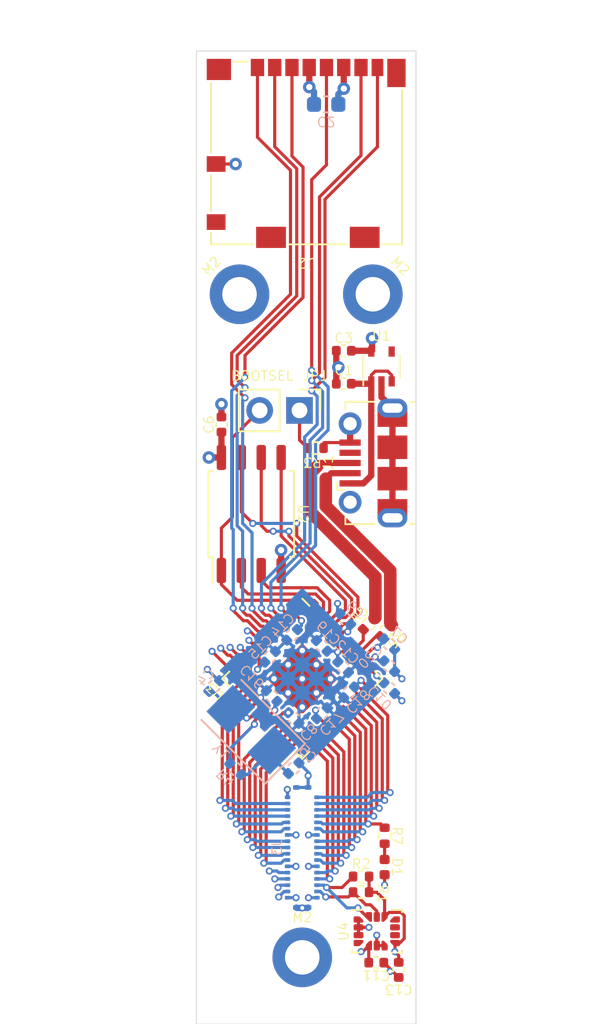
<source format=kicad_pcb>
(kicad_pcb (version 20211014) (generator pcbnew)
  (title_block (title "Ms. Baker Prototype") (date "2022-08-21") (rev "3"))
  (layers (0 "F.Cu" signal) (1 "In1.Cu" signal) (2 "In2.Cu" signal) (31 "B.Cu" signal) (34 "B.Paste" user) (35 "F.Paste" user) (36 "B.SilkS" user "B.Silkscreen") (37 "F.SilkS" user "F.Silkscreen") (38 "B.Mask" user) (39 "F.Mask" user) (44 "Edge.Cuts" user))
  (net 0 "")
  (net 1 "+5V")
  (net 2 "GND")
  (net 3 "+3.3V")
  (net 4 "Net-(C4-Pad2)")
  (net 5 "Net-(C5-Pad2)")
  (net 6 "Net-(C7-Pad1)")
  (net 7 "Net-(D1-Pad2)")
  (net 8 "/USB_D-")
  (net 9 "/USB_D+")
  (net 11 "/SD_DAT2")
  (net 12 "/SD_DAT3")
  (net 13 "/SD_CMD")
  (net 14 "/SD_CLK")
  (net 15 "/SD_DAT0")
  (net 16 "/SD_DAT1")
  (net 17 "/GPIO29")
  (net 18 "/GPIO28")
  (net 19 "/GPIO12")
  (net 20 "/GPIO27")
  (net 21 "/GPIO13")
  (net 22 "/GPIO26")
  (net 23 "/GPIO14")
  (net 24 "/LED")
  (net 25 "/GPIO15")
  (net 26 "/GPIO24")
  (net 27 "/SWCLK")
  (net 28 "/GPIO23")
  (net 29 "/SWD")
  (net 30 "/GPIO22")
  (net 31 "/RUN")
  (net 32 "/GPIO21")
  (net 33 "/GPIO16")
  (net 34 "/GPIO20")
  (net 35 "/GPIO17")
  (net 36 "/GPIO19")
  (net 37 "/GPIO11")
  (net 38 "/GPIO18")
  (net 39 "/GPIO10")
  (net 40 "/I2C0_SDA")
  (net 41 "/GPIO9")
  (net 42 "/I2C0_SCL")
  (net 43 "/GPIO8")
  (net 44 "Net-(JP1-Pad1)")
  (net 45 "Net-(JP1-Pad2)")
  (net 46 "Net-(R4-Pad2)")
  (net 47 "Net-(R5-Pad1)")
  (net 48 "Net-(R6-Pad1)")
  (net 50 "Net-(U2-Pad2)")
  (net 51 "Net-(U2-Pad3)")
  (net 52 "Net-(U2-Pad5)")
  (net 53 "Net-(U2-Pad6)")
  (net 54 "Net-(U2-Pad7)")
  (footprint "Connector_Card:microSD_HC_Molex_104031-0811" (layer "F.Cu") (at 184.5 74)
    (fp_text reference "J2")
    (fp_text value "Micro_SD_Card")
  )
  (footprint "Connector_USB:USB_Micro-B_Molex-105017-0001" (layer "F.Cu") (at 188.7625 93.75 90)
    (fp_text reference "J1")
    (fp_text value "USB_B_Micro")
  )
  (footprint "Resistor_SMD:R_0402_1005Metric" (layer "F.Cu") (at 188 120.1 180)
    (fp_text reference "R2")
    (fp_text value "15k")
  )
  (footprint "Package_TO_SOT_SMD:SOT-353_SC-70-5" (layer "F.Cu") (at 189.3 87.6 90)
    (fp_text reference "U1")
    (fp_text value "MIC5365-3.3YC5")
  )
  (footprint "Package_SO:SOIC-8_5.23x5.23mm_P1.27mm" (layer "F.Cu") (at 181 97 90)
    (fp_text reference "U2")
    (fp_text value "W25Q128JVS")
  )
  (footprint "Package_LGA:LGA-14_3x2.5mm_P0.5mm_LayoutBorder3x4y" (layer "F.Cu") (at 189 123.5875)
    (fp_text reference "U4")
    (fp_text value "LSM6DSO32")
  )
  (footprint "MountingHole:MountingHole_2.2mm_M2_ISO14580_Pad" (layer "F.Cu") (at 188.75 83)
    (fp_text reference "M2")
    (fp_text value "MountingHole_2.2mm_M2_ISO14580_Pad")
  )
  (footprint "Capacitor_SMD:C_0402_1005Metric" (layer "F.Cu") (at 186.9 86.6 180)
    (fp_text reference "C3")
    (fp_text value "1u")
  )
  (footprint "MountingHole:MountingHole_2.2mm_M2_ISO14580_Pad" (layer "F.Cu") (at 180.25 83)
    (fp_text reference "M2")
    (fp_text value "MountingHole_2.2mm_M2_ISO14580_Pad")
  )
  (footprint "Resistor_SMD:R_0402_1005Metric" (layer "F.Cu") (at 189.5 117.5 -90)
    (fp_text reference "R7")
    (fp_text value "120")
  )
  (footprint "MountingHole:MountingHole_2.2mm_M2_ISO14580_Pad" (layer "F.Cu") (at 184.25 125.25)
    (fp_text reference "M2")
    (fp_text value "MountingHole_2.2mm_M2_ISO14580_Pad")
  )
  (footprint "Capacitor_SMD:C_0402_1005Metric" (layer "F.Cu") (at 179.1 91.3 90)
    (fp_text reference "C6")
    (fp_text value "100n")
  )
  (footprint "Resistor_SMD:R_0402_1005Metric" (layer "F.Cu") (at 188 121.1 180)
    (fp_text reference "R1")
    (fp_text value "15k")
  )
  (footprint "Resistor_SMD:R_0402_1005Metric" (layer "F.Cu") (at 189.6 104.45 45)
    (fp_text reference "R6")
    (fp_text value "27.4")
  )
  (footprint "Resistor_SMD:R_0402_1005Metric" (layer "F.Cu") (at 185.1 92.8)
    (fp_text reference "R3")
    (fp_text value "1k")
  )
  (footprint "LED_SMD:LED_0402_1005Metric" (layer "F.Cu") (at 189.5 119.5 90)
    (fp_text reference "D1")
    (fp_text value "2.1v")
  )
  (footprint "Resistor_SMD:R_0402_1005Metric" (layer "F.Cu") (at 188.5 104 45)
    (fp_text reference "R5")
    (fp_text value "27.4")
  )
  (footprint "msbaker:RP2040-QFN-56" (layer "F.Cu") (at 184.25 107.5 -45)
    (fp_text reference "U3")
    (fp_text value "RP2040")
  )
  (footprint "Connector_PinHeader_2.54mm:PinHeader_1x02_P2.54mm_Vertical" (layer "F.Cu") (at 184.075 90.4 -90)
    (fp_text reference "JP1")
    (fp_text value "BOOTSEL")
  )
  (footprint "Capacitor_SMD:C_0402_1005Metric" (layer "F.Cu") (at 190.4 126.05 -90)
    (fp_text reference "C13")
    (fp_text value "100n")
  )
  (footprint "Capacitor_SMD:C_0402_1005Metric" (layer "F.Cu") (at 186.9 88.7 180)
    (fp_text reference "C1")
    (fp_text value "1u")
  )
  (footprint "Capacitor_SMD:C_0402_1005Metric" (layer "F.Cu") (at 188.97 125.5875)
    (fp_text reference "C11")
    (fp_text value "100n")
  )
  (footprint "Capacitor_SMD:C_0402_1005Metric" (layer "B.Cu") (at 187 103.7 135)
    (fp_text reference "C9")
    (fp_text value "100n")
  )
  (footprint "Capacitor_SMD:C_0402_1005Metric" (layer "B.Cu") (at 185.5 105.4 135)
    (fp_text reference "C19")
    (fp_text value "100n")
  )
  (footprint "Capacitor_SMD:C_0402_1005Metric" (layer "B.Cu") (at 189.8 108.1 -45)
    (fp_text reference "C10")
    (fp_text value "100n")
  )
  (footprint "Capacitor_SMD:C_0402_1005Metric" (layer "B.Cu") (at 186.860589 106.760589 -45)
    (fp_text reference "C12")
    (fp_text value "100n")
  )
  (footprint "Capacitor_SMD:C_0402_1005Metric" (layer "B.Cu") (at 187.239411 108.360589 -135)
    (fp_text reference "C18")
    (fp_text value "100n")
  )
  (footprint "Capacitor_SMD:C_0402_1005Metric" (layer "B.Cu") (at 182.2 106.1 45)
    (fp_text reference "C15")
    (fp_text value "100n")
  )
  (footprint "Capacitor_SMD:C_0402_1005Metric" (layer "B.Cu") (at 182.3 108.6 135)
    (fp_text reference "C16")
    (fp_text value "100n")
  )
  (footprint "Capacitor_SMD:C_0402_1005Metric" (layer "B.Cu") (at 185.5 109.7 45)
    (fp_text reference "C17")
    (fp_text value "100n")
  )
  (footprint "msbaker:5055513420" (layer "B.Cu") (at 184.25 118.25 -90)
    (fp_text reference "J3")
    (fp_text value "GPIO")
  )
  (footprint "Capacitor_SMD:C_0603_1608Metric" (layer "B.Cu") (at 185.775 70.9)
    (fp_text reference "C2")
    (fp_text value "10u")
  )
  (footprint "Crystal:Crystal_SMD_5032-2Pin_5.0x3.2mm" (layer "B.Cu") (at 181 110.75 135)
    (fp_text reference "Y1")
    (fp_text value "12MHz")
  )
  (footprint "Capacitor_SMD:C_0402_1005Metric" (layer "B.Cu") (at 183.6 104.7 -135)
    (fp_text reference "C14")
    (fp_text value "100n")
  )
  (footprint "Capacitor_SMD:C_0402_1005Metric" (layer "B.Cu") (at 178.639411 107.960589 -135)
    (fp_text reference "C4")
    (fp_text value "33p")
  )
  (footprint "Capacitor_SMD:C_0402_1005Metric" (layer "B.Cu") (at 189.8 105.3 -45)
    (fp_text reference "C7")
    (fp_text value "1u")
  )
  (footprint "Resistor_SMD:R_0402_1005Metric" (layer "B.Cu") (at 180 113.25 135)
    (fp_text reference "R4")
    (fp_text value "1k")
  )
  (footprint "Capacitor_SMD:C_0402_1005Metric" (layer "B.Cu") (at 183.7 113.2 -135)
    (fp_text reference "C5")
    (fp_text value "33p")
  )
  (footprint "Capacitor_SMD:C_0402_1005Metric" (layer "B.Cu") (at 189.8 106.7 -45)
    (fp_text reference "C20")
    (fp_text value "1u")
  )
  (footprint "Capacitor_SMD:C_0402_1005Metric" (layer "B.Cu") (at 183.7 110 -45)
    (fp_text reference "C8")
    (fp_text value "100n")
  )
  (gr_rect (start 177.5 67.5) (end 191.5 129.5) (layer "Edge.Cuts") (width 0.05) (fill none))
  (gr_text "BOOTSEL" (at 181.7 88.2) (layer "F.SilkS") (effects (font (size 0.61 0.61) (thickness 0.0762))))
  (via (at 184.25 122.1) (size 0.457) (drill 0.254) (layers "F.Cu" "B.Cu") (net 0))
  (segment (start 184.25 122.1) (end 184.6 122.1) (width 0.4) (layer "B.Cu") (net 0))
  (segment (start 183.875 122.075) (end 183.9 122.1) (width 0.4) (layer "B.Cu") (net 0))
  (segment (start 183.9 122.1) (end 184.25 122.1) (width 0.4) (layer "B.Cu") (net 0))
  (segment (start 184.6 122.1) (end 184.625 122.075) (width 0.4) (layer "B.Cu") (net 0))
  (segment (start 188.65 88.55) (end 188.65 88.15) (width 0.2) (layer "F.Cu") (net 1))
  (segment (start 189.7 87.9) (end 189.95 88.15) (width 0.2) (layer "F.Cu") (net 1))
  (segment (start 187.3 95.05) (end 188.15 95.05) (width 0.4) (layer "F.Cu") (net 1))
  (segment (start 188.5 88.7) (end 188.65 88.55) (width 0.4) (layer "F.Cu") (net 1))
  (segment (start 188.65 88.15) (end 188.9 87.9) (width 0.2) (layer "F.Cu") (net 1))
  (segment (start 189.95 88.15) (end 189.95 88.55) (width 0.2) (layer "F.Cu") (net 1))
  (segment (start 188.15 95.05) (end 188.65 94.55) (width 0.4) (layer "F.Cu") (net 1))
  (segment (start 188.65 94.55) (end 188.65 88.55) (width 0.4) (layer "F.Cu") (net 1))
  (segment (start 187.38 88.7) (end 188.5 88.7) (width 0.4) (layer "F.Cu") (net 1))
  (segment (start 188.9 87.9) (end 189.7 87.9) (width 0.2) (layer "F.Cu") (net 1))
  (segment (start 181.112214 109.187786) (end 181.6 108.7) (width 0.2) (layer "F.Cu") (net 2))
  (segment (start 182.905 100.6) (end 182.905 99.305) (width 0.4) (layer "F.Cu") (net 2))
  (segment (start 187.24 91.31) (end 187.3 91.25) (width 0.4) (layer "F.Cu") (net 2))
  (segment (start 189.3 89.55) (end 190 90.25) (width 0.4) (layer "F.Cu") (net 2))
  (segment (start 179.1 90.82) (end 179.1 90) (width 0.4) (layer "F.Cu") (net 2))
  (segment (start 186.42 86.6) (end 186.42 87.52) (width 0.4) (layer "F.Cu") (net 2))
  (segment (start 187.8375 123.8375) (end 187.8375 123.3375) (width 0.2) (layer "F.Cu") (net 2))
  (segment (start 189.91 126.04) (end 189.85 126.1) (width 0.2) (layer "F.Cu") (net 2))
  (segment (start 181.112214 109.223573) (end 181.112214 109.187786) (width 0.2) (layer "F.Cu") (net 2))
  (segment (start 185.65 92.45) (end 187.3 92.45) (width 0.2) (layer "F.Cu") (net 2))
  (segment (start 186.9 69.9) (end 186.895 69.895) (width 0.4) (layer "F.Cu") (net 2))
  (segment (start 189.45 125.5875) (end 189.4575 125.5875) (width 0.2) (layer "F.Cu") (net 2))
  (segment (start 185.61 92.8) (end 185.61 92.51) (width 0.2) (layer "F.Cu") (net 2))
  (segment (start 186.42 87.52) (end 186.55 87.65) (width 0.4) (layer "F.Cu") (net 2))
  (segment (start 185.6 92.5) (end 185.65 92.45) (width 0.2) (layer "F.Cu") (net 2))
  (segment (start 190 94.75) (end 190 96.65) (width 0.4) (layer "F.Cu") (net 2))
  (segment (start 186.42 88.7) (end 186.42 87.78) (width 0.4) (layer "F.Cu") (net 2))
  (segment (start 189 124.5) (end 189 123.8375) (width 0.2) (layer "F.Cu") (net 2))
  (segment (start 189 124.5) (end 189.5 124.5) (width 0.2) (layer "F.Cu") (net 2))
  (segment (start 187.8375 123.3375) (end 188.5 123.3375) (width 0.2) (layer "F.Cu") (net 2))
  (segment (start 190 92.75) (end 190 90.85) (width 0.4) (layer "F.Cu") (net 2))
  (segment (start 185.61 92.51) (end 185.6 92.5) (width 0.2) (layer "F.Cu") (net 2))
  (segment (start 189.5 119.985) (end 189.5 120.65) (width 0.2) (layer "F.Cu") (net 2))
  (segment (start 187.3 92.45) (end 187.3 91.25) (width 0.4) (layer "F.Cu") (net 2))
  (segment (start 186.895 69.895) (end 186.895 68.55) (width 0.4) (layer "F.Cu") (net 2))
  (segment (start 190 94.75) (end 190 92.75) (width 0.4) (layer "F.Cu") (net 2))
  (segment (start 189.3 88.55) (end 189.3 89.55) (width 0.4) (layer "F.Cu") (net 2))
  (segment (start 189.85 126.1) (end 189.85 126.15) (width 0.2) (layer "F.Cu") (net 2))
  (segment (start 189.91 126.04) (end 190.4 126.53) (width 0.2) (layer "F.Cu") (net 2))
  (segment (start 182.905 99.305) (end 182.9 99.3) (width 0.4) (layer "F.Cu") (net 2))
  (segment (start 187.8375 122.8375) (end 187.8375 123.3375) (width 0.2) (layer "F.Cu") (net 2))
  (segment (start 178.76 74.7) (end 180 74.7) (width 0.2) (layer "F.Cu") (net 2))
  (segment (start 189.4575 125.5875) (end 189.91 126.04) (width 0.2) (layer "F.Cu") (net 2))
  (segment (start 186.42 87.78) (end 186.55 87.65) (width 0.4) (layer "F.Cu") (net 2))
  (via (at 179.1 90) (size 0.8) (drill 0.4) (layers "F.Cu" "B.Cu") (net 2))
  (via (at 184.65 119.45) (size 0.457) (drill 0.254) (layers "F.Cu" "B.Cu") (net 2))
  (via (at 184.65 117.45) (size 0.457) (drill 0.254) (layers "F.Cu" "B.Cu") (net 2))
  (via (at 186.55 87.65) (size 0.8) (drill 0.4) (layers "F.Cu" "B.Cu") (net 2))
  (via (at 188.5 123.3375) (size 0.457) (drill 0.254) (layers "F.Cu" "B.Cu") (net 2))
  (via (at 182.9 99.3) (size 0.8) (drill 0.4) (layers "F.Cu" "B.Cu") (net 2))
  (via (at 180 74.7) (size 0.8) (drill 0.4) (layers "F.Cu" "B.Cu") (net 2))
  (via (at 189.85 126.15) (size 0.457) (drill 0.254) (layers "F.Cu" "B.Cu") (net 2))
  (via (at 184.65 121.45) (size 0.457) (drill 0.254) (layers "F.Cu" "B.Cu") (net 2))
  (via (at 183.85 117.45) (size 0.457) (drill 0.254) (layers "F.Cu" "B.Cu") (net 2))
  (via (at 183.85 119.45) (size 0.457) (drill 0.254) (layers "F.Cu" "B.Cu") (net 2))
  (via (at 189.5 120.65) (size 0.457) (drill 0.254) (layers "F.Cu" "B.Cu") (net 2))
  (via (at 184.625 113.675) (size 0.457) (drill 0.254) (layers "F.Cu" "B.Cu") (net 2))
  (via (at 186.9 69.9) (size 0.8) (drill 0.4) (layers "F.Cu" "B.Cu") (net 2))
  (via (at 181.6 108.7) (size 0.457) (drill 0.254) (layers "F.Cu" "B.Cu") (net 2))
  (via (at 186.5 102.7) (size 0.457) (drill 0.254) (layers "F.Cu" "B.Cu") (net 2))
  (via (at 190.6 107.5) (size 0.457) (drill 0.254) (layers "F.Cu" "B.Cu") (net 2))
  (via (at 189 123.8375) (size 0.457) (drill 0.254) (layers "F.Cu" "B.Cu") (net 2))
  (via (at 183.85 121.45) (size 0.457) (drill 0.254) (layers "F.Cu" "B.Cu") (net 2))
  (via (at 178.2 106.9) (size 0.457) (drill 0.254) (layers "F.Cu" "B.Cu") (net 2))
  (via (at 190.6 108.9) (size 0.457) (drill 0.254) (layers "F.Cu" "B.Cu") (net 2))
  (segment (start 186.660589 103.360589) (end 186.5 103.2) (width 0.2) (layer "B.Cu") (net 2))
  (segment (start 184.25 109.45) (end 184.25 109.303122) (width 0.2) (layer "B.Cu") (net 2))
  (segment (start 184.039411 110.339411) (end 184.039411 109.513711) (width 0.2) (layer "B.Cu") (net 2))
  (segment (start 184.039411 112.860589) (end 184.7 113.521178) (width 0.2) (layer "B.Cu") (net 2))
  (segment (start 190.139411 107.039411) (end 190.6 107.5) (width 0.2) (layer "B.Cu") (net 2))
  (segment (start 186.55 70.25) (end 186.9 69.9) (width 0.4) (layer "B.Cu") (net 2))
  (segment (start 184.039411 109.513711) (end 184.25 109.303122) (width 0.2) (layer "B.Cu") (net 2))
  (segment (start 183.260589 105.039411) (end 183.2 105.1) (width 0.2) (layer "B.Cu") (net 2))
  (segment (start 183.3125 121.45) (end 183.85 121.45) (width 0.2) (layer "B.Cu") (net 2))
  (segment (start 184.625 113.675) (end 184.7 113.6) (width 0.2) (layer "B.Cu") (net 2))
  (segment (start 181.6 108.621178) (end 181.6 108.7) (width 0.2) (layer "B.Cu") (net 2))
  (segment (start 186.55 70.9) (end 186.55 70.25) (width 0.4) (layer "B.Cu") (net 2))
  (segment (start 190.139411 105.639411) (end 190.139411 107.039411) (width 0.2) (layer "B.Cu") (net 2))
  (segment (start 178.978822 107.621178) (end 178.921178 107.621178) (width 0.2) (layer "B.Cu") (net 2))
  (segment (start 186.5 103.2) (end 186.5 102.7) (width 0.2) (layer "B.Cu") (net 2))
  (segment (start 183.3125 119.45) (end 183.85 119.45) (width 0.2) (layer "B.Cu") (net 2))
  (segment (start 185.160589 105.060589) (end 184.886289 105.060589) (width 0.2) (layer "B.Cu") (net 2))
  (segment (start 184.625 114.425) (end 184.625 113.675) (width 0.2) (layer "B.Cu") (net 2))
  (segment (start 178.921178 107.621178) (end 178.2 106.9) (width 0.2) (layer "B.Cu") (net 2))
  (segment (start 183.875 114.425) (end 184.625 114.425) (width 0.2) (layer "B.Cu") (net 2))
  (segment (start 185.839411 109.360589) (end 186.139411 109.360589) (width 0.2) (layer "B.Cu") (net 2))
  (segment (start 183.3125 117.45) (end 183.85 117.45) (width 0.2) (layer "B.Cu") (net 2))
  (segment (start 184.7 113.521178) (end 184.7 113.6) (width 0.2) (layer "B.Cu") (net 2))
  (segment (start 183.198439 108.401561) (end 183.348439 108.401561) (width 0.2) (layer "B.Cu") (net 2))
  (segment (start 183.348439 106.569617) (end 183.348439 106.598439) (width 0.2) (layer "B.Cu") (net 2))
  (segment (start 185.1875 121.45) (end 184.65 121.45) (width 0.2) (layer "B.Cu") (net 2))
  (segment (start 190.139411 108.439411) (end 190.6 108.9) (width 0.2) (layer "B.Cu") (net 2))
  (segment (start 185.839411 109.360589) (end 185.839411 109.089411) (width 0.2) (layer "B.Cu") (net 2))
  (segment (start 185.1875 119.45) (end 184.65 119.45) (width 0.2) (layer "B.Cu") (net 2))
  (segment (start 186.7 103.321178) (end 186.660589 103.360589) (width 0.2) (layer "B.Cu") (net 2))
  (segment (start 185.1875 117.45) (end 184.65 117.45) (width 0.2) (layer "B.Cu") (net 2))
  (segment (start 186.5 105.8) (end 186.798529 105.8) (width 0.2) (layer "F.Cu") (net 3))
  (segment (start 188 107.6) (end 188.492202 108.092202) (width 0.2) (layer "F.Cu") (net 3))
  (segment (start 188.7 86.6) (end 188.7 85.8) (width 0.4) (layer "F.Cu") (net 3))
  (segment (start 188.49 124.51) (end 188.5 124.5) (width 0.2) (layer "F.Cu") (net 3))
  (segment (start 186.5 105.532843) (end 186.822101 105.210742) (width 0.2) (layer "F.Cu") (net 3))
  (segment (start 190.1625 124.3375) (end 190.1625 124.875) (width 0.2) (layer "F.Cu") (net 3))
  (segment (start 184.2 103.8) (end 183.657798 103.257798) (width 0.2) (layer "F.Cu") (net 3))
  (segment (start 181.960742 110.039258) (end 182.5 109.5) (width 0.2) (layer "F.Cu") (net 3))
  (segment (start 190.4625 124.3375) (end 190.75 124.05) (width 0.2) (layer "F.Cu") (net 3))
  (segment (start 186.5 105.8) (end 186.5 105.532843) (width 0.2) (layer "F.Cu") (net 3))
  (segment (start 188.51 120.1) (end 188.51 121.1) (width 0.2) (layer "F.Cu") (net 3))
  (segment (start 184.7 68.555) (end 184.695 68.55) (width 0.4) (layer "F.Cu") (net 3))
  (segment (start 188.5 124.5) (end 188.1125 124.8875) (width 0.2) (layer "F.Cu") (net 3))
  (segment (start 179.1 91.78) (end 179.1 93.395) (width 0.4) (layer "F.Cu") (net 3))
  (segment (start 189.5 121.6) (end 189.5 122.675) (width 0.2) (layer "F.Cu") (net 3))
  (segment (start 189.7875 122.3875) (end 189.5 122.675) (width 0.2) (layer "F.Cu") (net 3))
  (segment (start 184.7 69.8) (end 184.7 68.555) (width 0.4) (layer "F.Cu") (net 3))
  (segment (start 190.1625 124.875) (end 190.15 124.8875) (width 0.2) (layer "F.Cu") (net 3))
  (segment (start 189 107.3) (end 188.607798 106.907798) (width 0.2) (layer "F.Cu") (net 3))
  (segment (start 188.65 86.65) (end 188.7 86.6) (width 0.4) (layer "F.Cu") (net 3))
  (segment (start 190.55 122.3875) (end 189.7875 122.3875) (width 0.2) (layer "F.Cu") (net 3))
  (segment (start 190.4 125.57) (end 190.4 125.1375) (width 0.2) (layer "F.Cu") (net 3))
  (segment (start 179.1 93.395) (end 179.095 93.4) (width 0.4) (layer "F.Cu") (net 3))
  (segment (start 190.1625 124.3375) (end 190.4625 124.3375) (width 0.2) (layer "F.Cu") (net 3))
  (segment (start 190.75 124.05) (end 190.75 122.5875) (width 0.2) (layer "F.Cu") (net 3))
  (segment (start 185.1 109.764213) (end 185.973573 110.637786) (width 0.2) (layer "F.Cu") (net 3))
  (segment (start 188.1125 124.8875) (end 188 124.8875) (width 0.2) (layer "F.Cu") (net 3))
  (segment (start 187.38 86.6) (end 188.6 86.6) (width 0.4) (layer "F.Cu") (net 3))
  (segment (start 181.4 106.9) (end 181.5 106.8) (width 0.2) (layer "F.Cu") (net 3))
  (segment (start 190.4 125.1375) (end 190.15 124.8875) (width 0.2) (layer "F.Cu") (net 3))
  (segment (start 188.6 86.6) (end 188.65 86.65) (width 0.4) (layer "F.Cu") (net 3))
  (segment (start 188.492202 108.092202) (end 188.519157 108.092202) (width 0.2) (layer "F.Cu") (net 3))
  (segment (start 186.798529 105.8) (end 187.104944 105.493585) (width 0.2) (layer "F.Cu") (net 3))
  (segment (start 190.75 122.5875) (end 190.55 122.3875) (width 0.2) (layer "F.Cu") (net 3))
  (segment (start 188.607798 106.907798) (end 188.519157 106.907798) (width 0.2) (layer "F.Cu") (net 3))
  (segment (start 181.960742 110.072101) (end 181.960742 110.039258) (width 0.2) (layer "F.Cu") (net 3))
  (segment (start 183.657798 103.257798) (end 183.657798 103.230843) (width 0.2) (layer "F.Cu") (net 3))
  (segment (start 181.5 106.8) (end 181.5 106.164213) (width 0.2) (layer "F.Cu") (net 3))
  (segment (start 188.761269 106.1) (end 188.236314 106.624955) (width 0.2) (layer "F.Cu") (net 3))
  (segment (start 179.095 93.4) (end 178.3 93.4) (width 0.4) (layer "F.Cu") (net 3))
  (segment (start 189 121.1) (end 189.5 121.6) (width 0.2) (layer "F.Cu") (net 3))
  (segment (start 188.9 106.1) (end 188.761269 106.1) (width 0.2) (layer "F.Cu") (net 3))
  (segment (start 181.5 106.164213) (end 181.112214 105.776427) (width 0.2) (layer "F.Cu") (net 3))
  (segment (start 188.49 125.5875) (end 188.49 124.51) (width 0.2) (layer "F.Cu") (net 3))
  (segment (start 188.51 121.1) (end 189 121.1) (width 0.2) (layer "F.Cu") (net 3))
  (segment (start 185.1 109.5) (end 185.1 109.764213) (width 0.2) (layer "F.Cu") (net 3))
  (via (at 182.5 109.5) (size 0.457) (drill 0.254) (layers "F.Cu" "B.Cu") (net 3))
  (via (at 178.3 93.4) (size 0.8) (drill 0.4) (layers "F.Cu" "B.Cu") (net 3))
  (via (at 186.5 105.8) (size 0.457) (drill 0.254) (layers "F.Cu" "B.Cu") (net 3))
  (via (at 184.2 103.8) (size 0.457) (drill 0.254) (layers "F.Cu" "B.Cu") (net 3))
  (via (at 189 107.3) (size 0.457) (drill 0.254) (layers "F.Cu" "B.Cu") (net 3))
  (via (at 188 124.8875) (size 0.457) (drill 0.254) (layers "F.Cu" "B.Cu") (net 3))
  (via (at 184.7 69.8) (size 0.8) (drill 0.4) (layers "F.Cu" "B.Cu") (net 3))
  (via (at 188 107.6) (size 0.457) (drill 0.254) (layers "F.Cu" "B.Cu") (net 3))
  (via (at 181.4 106.9) (size 0.457) (drill 0.254) (layers "F.Cu" "B.Cu") (net 3))
  (via (at 188.9 106.1) (size 0.457) (drill 0.254) (layers "F.Cu" "B.Cu") (net 3))
  (via (at 188.7 85.8) (size 0.8) (drill 0.4) (layers "F.Cu" "B.Cu") (net 3))
  (via (at 190.15 124.8875) (size 0.457) (drill 0.254) (layers "F.Cu" "B.Cu") (net 3))
  (via (at 183.3 114.55) (size 0.457) (drill 0.254) (layers "F.Cu" "B.Cu") (net 3))
  (via (at 185.1 109.5) (size 0.457) (drill 0.254) (layers "F.Cu" "B.Cu") (net 3))
  (segment (start 183.3125 115.05) (end 183.3125 114.5625) (width 0.2) (layer "B.Cu") (net 3))
  (segment (start 185.839411 105.739411) (end 186.439411 105.739411) (width 0.2) (layer "B.Cu") (net 3))
  (segment (start 189.160589 106.360589) (end 188.9 106.1) (width 0.2) (layer "B.Cu") (net 3))
  (segment (start 185.1 109.978822) (end 185.1 109.5) (width 0.2) (layer "B.Cu") (net 3))
  (segment (start 183.939411 104.360589) (end 184.2 104.1) (width 0.2) (layer "B.Cu") (net 3))
  (segment (start 186.460589 106.360589) (end 186.6 106.221178) (width 0.2) (layer "B.Cu") (net 3))
  (segment (start 186.439411 105.739411) (end 186.5 105.8) (width 0.2) (layer "B.Cu") (net 3))
  (segment (start 183.3125 114.5625) (end 183.3 114.55) (width 0.2) (layer "B.Cu") (net 3))
  (segment (start 182.5 109.5) (end 182.5 109.078822) (width 0.2) (layer "B.Cu") (net 3))
  (segment (start 187.578822 108.021178) (end 188 107.6) (width 0.2) (layer "B.Cu") (net 3))
  (segment (start 181.860589 106.439411) (end 181.4 106.9) (width 0.2) (layer "B.Cu") (net 3))
  (segment (start 189.460589 106.360589) (end 189.160589 106.360589) (width 0.2) (layer "B.Cu") (net 3))
  (segment (start 189.460589 107.760589) (end 189 107.3) (width 0.2) (layer "B.Cu") (net 3))
  (segment (start 185 70.1) (end 184.7 69.8) (width 0.4) (layer "B.Cu") (net 3))
  (segment (start 186.521178 106.421178) (end 186.5 106.4) (width 0.2) (layer "B.Cu") (net 3))
  (segment (start 185 70.9) (end 185 70.1) (width 0.4) (layer "B.Cu") (net 3))
  (segment (start 186.5 106.4) (end 186.5 105.8) (width 0.2) (layer "B.Cu") (net 3))
  (segment (start 182.5 109.078822) (end 182.639411 108.939411) (width 0.2) (layer "B.Cu") (net 3))
  (segment (start 185.160589 110.039411) (end 185.1 109.978822) (width 0.2) (layer "B.Cu") (net 3))
  (segment (start 184.2 104.1) (end 184.2 103.8) (width 0.2) (layer "B.Cu") (net 3))
  (segment (start 180.901471 110) (end 180.7 110) (width 0.2) (layer "F.Cu") (net 4))
  (segment (start 181.395056 109.506415) (end 180.901471 110) (width 0.2) (layer "F.Cu") (net 4))
  (via (at 180.7 110) (size 0.457) (drill 0.254) (layers "F.Cu" "B.Cu") (net 4))
  (segment (start 180.25 110) (end 179.691852 109.441852) (width 0.2) (layer "B.Cu") (net 4))
  (segment (start 178.3 108.3) (end 178.55 108.3) (width 0.2) (layer "B.Cu") (net 4))
  (segment (start 180.7 110) (end 180.25 110) (width 0.2) (layer "B.Cu") (net 4))
  (segment (start 178.55 108.3) (end 179.691852 109.441852) (width 0.2) (layer "B.Cu") (net 4))
  (segment (start 180.360624 113.610624) (end 180.755672 113.610624) (width 0.2) (layer "B.Cu") (net 5))
  (segment (start 180.755672 113.610624) (end 182.308148 112.058148) (width 0.2) (layer "B.Cu") (net 5))
  (segment (start 183.360589 113.539411) (end 182.308148 112.48697) (width 0.2) (layer "B.Cu") (net 5))
  (segment (start 182.308148 112.48697) (end 182.308148 112.058148) (width 0.2) (layer "B.Cu") (net 5))
  (segment (start 182.345056 110.354944) (end 183.039411 109.660589) (width 0.2) (layer "F.Cu") (net 6))
  (segment (start 188.65 105.65) (end 188.75 105.55) (width 0.2) (layer "F.Cu") (net 6))
  (segment (start 186.539258 104.927899) (end 186.539258 104.860742) (width 0.2) (layer "F.Cu") (net 6))
  (segment (start 188.75 105.55) (end 189 105.55) (width 0.2) (layer "F.Cu") (net 6))
  (segment (start 186.9 104.5) (end 187.15 104.5) (width 0.2) (layer "F.Cu") (net 6))
  (segment (start 187.957887 106.342113) (end 188.65 105.65) (width 0.2) (layer "F.Cu") (net 6))
  (segment (start 189 105.55) (end 189.05 105.5) (width 0.2) (layer "F.Cu") (net 6))
  (segment (start 182.243585 110.354944) (end 182.345056 110.354944) (width 0.2) (layer "F.Cu") (net 6))
  (segment (start 186.539258 104.860742) (end 186.9 104.5) (width 0.2) (layer "F.Cu") (net 6))
  (segment (start 187.953472 106.342113) (end 187.957887 106.342113) (width 0.2) (layer "F.Cu") (net 6))
  (segment (start 183.039411 109.660589) (end 183.360589 109.660589) (width 0.2) (layer "F.Cu") (net 6))
  (via (at 187.15 104.5) (size 0.457) (drill 0.254) (layers "F.Cu" "B.Cu") (net 6))
  (via (at 189.05 105.5) (size 0.457) (drill 0.254) (layers "F.Cu" "B.Cu") (net 6))
  (via (at 183.360589 109.660589) (size 0.457) (drill 0.254) (layers "F.Cu" "B.Cu") (net 6))
  (segment (start 189.05 105.5) (end 189.460589 105.089411) (width 0.2) (layer "B.Cu") (net 6))
  (segment (start 189.460589 105.089411) (end 189.460589 104.960589) (width 0.2) (layer "B.Cu") (net 6))
  (segment (start 187.15 104.5) (end 187.15 104.228822) (width 0.2) (layer "B.Cu") (net 6))
  (segment (start 187.4 104.1) (end 187.339411 104.039411) (width 0.2) (layer "B.Cu") (net 6))
  (segment (start 187.15 104.228822) (end 187.339411 104.039411) (width 0.2) (layer "B.Cu") (net 6))
  (segment (start 189.5 118.01) (end 189.5 119.015) (width 0.2) (layer "F.Cu") (net 7))
  (segment (start 185.75 94.75) (end 186.1 94.4) (width 0.4) (layer "F.Cu") (net 8))
  (segment (start 185.75 96.503123) (end 189.860624 100.613747) (width 0.8) (layer "F.Cu") (net 8))
  (segment (start 189.860624 100.613747) (end 189.860624 103.989376) (width 0.8) (layer "F.Cu") (net 8))
  (segment (start 186.1 94.4) (end 187.3 94.4) (width 0.4) (layer "F.Cu") (net 8))
  (segment (start 185.75 94.75) (end 185.75 96.503123) (width 0.8) (layer "F.Cu") (net 8))
  (segment (start 189.860624 103.989376) (end 189.960624 104.089376) (width 0.8) (layer "F.Cu") (net 8))
  (segment (start 185.406497 93.75) (end 187.3 93.75) (width 0.4) (layer "F.Cu") (net 9))
  (segment (start 188.910624 101.007249) (end 185.201687 97.298312) (width 0.8) (layer "F.Cu") (net 9))
  (segment (start 188.910624 101.25) (end 188.910624 101.007249) (width 0.8) (layer "F.Cu") (net 9))
  (segment (start 185.201687 97.298312) (end 184.8 96.896625) (width 0.8) (layer "F.Cu") (net 9))
  (segment (start 185.203249 93.953248) (end 185.406497 93.75) (width 0.4) (layer "F.Cu") (net 9))
  (segment (start 184.8 94.356497) (end 185.203249 93.953248) (width 0.8) (layer "F.Cu") (net 9))
  (segment (start 184.8 96.896625) (end 184.8 94.356497) (width 0.8) (layer "F.Cu") (net 9))
  (segment (start 188.860624 103.639376) (end 188.910624 103.589376) (width 0.8) (layer "F.Cu") (net 9))
  (segment (start 188.910624 103.589376) (end 188.910624 101.25) (width 0.8) (layer "F.Cu") (net 9))
  (segment (start 182.526427 104.362214) (end 182.512214 104.362214) (width 0.2) (layer "F.Cu") (net 11))
  (segment (start 179.75 88.75) (end 179.75 86.75) (width 0.2) (layer "F.Cu") (net 11))
  (segment (start 183.5 83) (end 183.5 75.1) (width 0.2) (layer "F.Cu") (net 11))
  (segment (start 183.5 75.1) (end 181.395 72.995) (width 0.2) (layer "F.Cu") (net 11))
  (segment (start 182.512214 104.362214) (end 181.95 103.8) (width 0.2) (layer "F.Cu") (net 11))
  (segment (start 181.75 103.8) (end 181.05 103.1) (width 0.2) (layer "F.Cu") (net 11))
  (segment (start 179.75 86.75) (end 183.5 83) (width 0.2) (layer "F.Cu") (net 11))
  (segment (start 181.05 103.1) (end 181.05 103) (width 0.2) (layer "F.Cu") (net 11))
  (segment (start 181.395 72.995) (end 181.395 68.55) (width 0.2) (layer "F.Cu") (net 11))
  (segment (start 181.95 103.8) (end 181.75 103.8) (width 0.2) (layer "F.Cu") (net 11))
  (segment (start 180.6 89.6) (end 179.75 88.75) (width 0.2) (layer "F.Cu") (net 11))
  (via (at 181.05 103) (size 0.457) (drill 0.254) (layers "F.Cu" "B.Cu") (net 11))
  (via (at 180.6 89.6) (size 0.457) (drill 0.254) (layers "F.Cu" "B.Cu") (net 11))
  (segment (start 180.45 89.95) (end 180.45 89.75) (width 0.2) (layer "B.Cu") (net 11))
  (segment (start 180.45 97.6) (end 180.45 89.95) (width 0.2) (layer "B.Cu") (net 11))
  (segment (start 180.45 89.75) (end 180.6 89.6) (width 0.2) (layer "B.Cu") (net 11))
  (segment (start 181.05 103) (end 181.05 98.2) (width 0.2) (layer "B.Cu") (net 11))
  (segment (start 181.05 98.2) (end 180.75 97.9) (width 0.2) (layer "B.Cu") (net 11))
  (segment (start 180.75 97.9) (end 180.45 97.6) (width 0.2) (layer "B.Cu") (net 11))
  (segment (start 181.6 104.15) (end 181 103.55) (width 0.2) (layer "F.Cu") (net 12))
  (segment (start 183.9 75) (end 182.495 73.595) (width 0.2) (layer "F.Cu") (net 12))
  (segment (start 181.75 104.15) (end 181.7 104.15) (width 0.2) (layer "F.Cu") (net 12))
  (segment (start 180.45 103.2) (end 180.45 103) (width 0.2) (layer "F.Cu") (net 12))
  (segment (start 180.1 88.45) (end 180.1 86.9) (width 0.2) (layer "F.Cu") (net 12))
  (segment (start 180.6 88.95) (end 180.1 88.45) (width 0.2) (layer "F.Cu") (net 12))
  (segment (start 183.9 83.1) (end 183.9 75) (width 0.2) (layer "F.Cu") (net 12))
  (segment (start 181.85 104.25) (end 181.75 104.15) (width 0.2) (layer "F.Cu") (net 12))
  (segment (start 180.1 86.9) (end 183.9 83.1) (width 0.2) (layer "F.Cu") (net 12))
  (segment (start 181.7 104.15) (end 181.6 104.15) (width 0.2) (layer "F.Cu") (net 12))
  (segment (start 180.9 103.45) (end 180.7 103.45) (width 0.2) (layer "F.Cu") (net 12))
  (segment (start 182.243585 104.643585) (end 181.85 104.25) (width 0.2) (layer "F.Cu") (net 12))
  (segment (start 182.243585 104.645056) (end 182.243585 104.643585) (width 0.2) (layer "F.Cu") (net 12))
  (segment (start 181 103.55) (end 180.9 103.45) (width 0.2) (layer "F.Cu") (net 12))
  (segment (start 180.7 103.45) (end 180.45 103.2) (width 0.2) (layer "F.Cu") (net 12))
  (segment (start 182.495 73.595) (end 182.495 68.55) (width 0.2) (layer "F.Cu") (net 12))
  (via (at 180.6 88.95) (size 0.457) (drill 0.254) (layers "F.Cu" "B.Cu") (net 12))
  (via (at 180.45 103) (size 0.457) (drill 0.254) (layers "F.Cu" "B.Cu") (net 12))
  (segment (start 180.1 97.75) (end 180.1 97.45) (width 0.2) (layer "B.Cu") (net 12))
  (segment (start 180.45 98.1) (end 180.15 97.8) (width 0.2) (layer "B.Cu") (net 12))
  (segment (start 180.45 103) (end 180.45 98.1) (width 0.2) (layer "B.Cu") (net 12))
  (segment (start 180.15 97.8) (end 180.1 97.75) (width 0.2) (layer "B.Cu") (net 12))
  (segment (start 180.1 97.45) (end 180.1 90) (width 0.2) (layer "B.Cu") (net 12))
  (segment (start 180.1 90) (end 180.1 89.45) (width 0.2) (layer "B.Cu") (net 12))
  (segment (start 180.1 89.45) (end 180.6 88.95) (width 0.2) (layer "B.Cu") (net 12))
  (segment (start 181.960742 104.927899) (end 181.960742 104.910742) (width 0.2) (layer "F.Cu") (net 13))
  (segment (start 180.6 86.9) (end 184.3 83.2) (width 0.2) (layer "F.Cu") (net 13))
  (segment (start 184.3 74.9) (end 183.595 74.195) (width 0.2) (layer "F.Cu") (net 13))
  (segment (start 180.75 103.8) (end 180.5 103.8) (width 0.2) (layer "F.Cu") (net 13))
  (segment (start 181.45 104.5) (end 180.75 103.8) (width 0.2) (layer "F.Cu") (net 13))
  (segment (start 184.3 83.2) (end 184.3 74.9) (width 0.2) (layer "F.Cu") (net 13))
  (segment (start 180.6 88.3) (end 180.6 86.9) (width 0.2) (layer "F.Cu") (net 13))
  (segment (start 181.55 104.5) (end 181.45 104.5) (width 0.2) (layer "F.Cu") (net 13))
  (segment (start 180.5 103.8) (end 179.85 103.15) (width 0.2) (layer "F.Cu") (net 13))
  (segment (start 183.595 74.195) (end 183.595 68.55) (width 0.2) (layer "F.Cu") (net 13))
  (segment (start 181.960742 104.910742) (end 181.55 104.5) (width 0.2) (layer "F.Cu") (net 13))
  (segment (start 179.85 103.15) (end 179.85 103) (width 0.2) (layer "F.Cu") (net 13))
  (via (at 179.85 103) (size 0.457) (drill 0.254) (layers "F.Cu" "B.Cu") (net 13))
  (via (at 180.6 88.3) (size 0.457) (drill 0.254) (layers "F.Cu" "B.Cu") (net 13))
  (segment (start 179.75 97.35) (end 179.75 90.15) (width 0.2) (layer "B.Cu") (net 13))
  (segment (start 179.8 97.95) (end 179.75 97.9) (width 0.2) (layer "B.Cu") (net 13))
  (segment (start 179.75 90.15) (end 179.75 89.15) (width 0.2) (layer "B.Cu") (net 13))
  (segment (start 179.85 98) (end 179.8 97.95) (width 0.2) (layer "B.Cu") (net 13))
  (segment (start 179.85 103) (end 179.85 98) (width 0.2) (layer "B.Cu") (net 13))
  (segment (start 179.75 97.9) (end 179.75 97.35) (width 0.2) (layer "B.Cu") (net 13))
  (segment (start 179.75 89.15) (end 180.6 88.3) (width 0.2) (layer "B.Cu") (net 13))
  (segment (start 185.795 74.755) (end 185.795 68.55) (width 0.2) (layer "F.Cu") (net 14))
  (segment (start 183.374955 103.474955) (end 182.9 103) (width 0.2) (layer "F.Cu") (net 14))
  (segment (start 183.374955 103.513686) (end 183.374955 103.474955) (width 0.2) (layer "F.Cu") (net 14))
  (segment (start 184.85 87.85) (end 184.85 75.7) (width 0.2) (layer "F.Cu") (net 14))
  (segment (start 184.85 75.7) (end 185.795 74.755) (width 0.2) (layer "F.Cu") (net 14))
  (via (at 184.85 87.85) (size 0.457) (drill 0.254) (layers "F.Cu" "B.Cu") (net 14))
  (via (at 182.9 103) (size 0.457) (drill 0.254) (layers "F.Cu" "B.Cu") (net 14))
  (segment (start 185.1 92.45) (end 185.65 91.9) (width 0.2) (layer "B.Cu") (net 14))
  (segment (start 185.9 91.65) (end 185.9 89.3) (width 0.2) (layer "B.Cu") (net 14))
  (segment (start 185.9 89.3) (end 185.9 88.9) (width 0.2) (layer "B.Cu") (net 14))
  (segment (start 185.9 88.9) (end 184.85 87.85) (width 0.2) (layer "B.Cu") (net 14))
  (segment (start 183.75 100.35) (end 185.1 99) (width 0.2) (layer "B.Cu") (net 14))
  (segment (start 185.1 98.7) (end 185.1 92.45) (width 0.2) (layer "B.Cu") (net 14))
  (segment (start 182.9 103) (end 182.9 101.2) (width 0.2) (layer "B.Cu") (net 14))
  (segment (start 185.65 91.9) (end 185.9 91.65) (width 0.2) (layer "B.Cu") (net 14))
  (segment (start 185.1 99) (end 185.1 98.7) (width 0.2) (layer "B.Cu") (net 14))
  (segment (start 182.9 101.2) (end 183.75 100.35) (width 0.2) (layer "B.Cu") (net 14))
  (segment (start 185.35 88) (end 185.35 76.8) (width 0.2) (layer "F.Cu") (net 15))
  (segment (start 183.046528 103.796528) (end 182.25 103) (width 0.2) (layer "F.Cu") (net 15))
  (segment (start 183.092113 103.796528) (end 183.046528 103.796528) (width 0.2) (layer "F.Cu") (net 15))
  (segment (start 184.85 88.5) (end 185.35 88) (width 0.2) (layer "F.Cu") (net 15))
  (segment (start 187.995 74.155) (end 187.995 68.55) (width 0.2) (layer "F.Cu") (net 15))
  (segment (start 185.35 76.8) (end 187.995 74.155) (width 0.2) (layer "F.Cu") (net 15))
  (via (at 184.85 88.5) (size 0.457) (drill 0.254) (layers "F.Cu" "B.Cu") (net 15))
  (via (at 182.25 103) (size 0.457) (drill 0.254) (layers "F.Cu" "B.Cu") (net 15))
  (segment (start 185.55 91.5) (end 185.55 89.2) (width 0.2) (layer "B.Cu") (net 15))
  (segment (start 182.25 103) (end 182.25 101.35) (width 0.2) (layer "B.Cu") (net 15))
  (segment (start 183.5 100.1) (end 184.75 98.85) (width 0.2) (layer "B.Cu") (net 15))
  (segment (start 184.75 92.3) (end 185.45 91.6) (width 0.2) (layer "B.Cu") (net 15))
  (segment (start 184.75 98.25) (end 184.75 92.3) (width 0.2) (layer "B.Cu") (net 15))
  (segment (start 185.45 91.6) (end 185.55 91.5) (width 0.2) (layer "B.Cu") (net 15))
  (segment (start 185.55 89.2) (end 184.85 88.5) (width 0.2) (layer "B.Cu") (net 15))
  (segment (start 184.75 98.85) (end 184.75 98.25) (width 0.2) (layer "B.Cu") (net 15))
  (segment (start 182.25 101.35) (end 183.5 100.1) (width 0.2) (layer "B.Cu") (net 15))
  (segment (start 182.779371 104.079371) (end 182.25 103.55) (width 0.2) (layer "F.Cu") (net 16))
  (segment (start 185.7 88.3) (end 185.7 76.95) (width 0.2) (layer "F.Cu") (net 16))
  (segment (start 181.65 103.2) (end 181.65 103) (width 0.2) (layer "F.Cu") (net 16))
  (segment (start 181.9 103.45) (end 181.65 103.2) (width 0.2) (layer "F.Cu") (net 16))
  (segment (start 185.7 76.95) (end 189.045 73.605) (width 0.2) (layer "F.Cu") (net 16))
  (segment (start 182.80927 104.079371) (end 182.779371 104.079371) (width 0.2) (layer "F.Cu") (net 16))
  (segment (start 189.045 73.605) (end 189.045 68.55) (width 0.2) (layer "F.Cu") (net 16))
  (segment (start 184.85 89.15) (end 185.7 88.3) (width 0.2) (layer "F.Cu") (net 16))
  (segment (start 182.25 103.55) (end 182.15 103.45) (width 0.2) (layer "F.Cu") (net 16))
  (segment (start 182.15 103.45) (end 181.9 103.45) (width 0.2) (layer "F.Cu") (net 16))
  (via (at 181.65 103) (size 0.457) (drill 0.254) (layers "F.Cu" "B.Cu") (net 16))
  (via (at 184.85 89.15) (size 0.457) (drill 0.254) (layers "F.Cu" "B.Cu") (net 16))
  (segment (start 184.4 97.4) (end 184.4 92.1) (width 0.2) (layer "B.Cu") (net 16))
  (segment (start 181.65 103) (end 181.65 101.45) (width 0.2) (layer "B.Cu") (net 16))
  (segment (start 181.65 101.45) (end 183.8 99.3) (width 0.2) (layer "B.Cu") (net 16))
  (segment (start 184.4 92.1) (end 185.2 91.3) (width 0.2) (layer "B.Cu") (net 16))
  (segment (start 183.8 99.3) (end 184.4 98.7) (width 0.2) (layer "B.Cu") (net 16))
  (segment (start 185.2 91.3) (end 185.2 89.5) (width 0.2) (layer "B.Cu") (net 16))
  (segment (start 184.4 98.7) (end 184.4 97.4) (width 0.2) (layer "B.Cu") (net 16))
  (segment (start 185.2 89.5) (end 184.85 89.15) (width 0.2) (layer "B.Cu") (net 16))
  (segment (start 189.7 109.838731) (end 189.7 114.45) (width 0.2) (layer "F.Cu") (net 17))
  (segment (start 189.7 114.6) (end 189.85 114.75) (width 0.2) (layer "F.Cu") (net 17))
  (segment (start 188.236314 108.375045) (end 189.7 109.838731) (width 0.2) (layer "F.Cu") (net 17))
  (segment (start 189.7 114.45) (end 189.7 114.6) (width 0.2) (layer "F.Cu") (net 17))
  (via (at 189.85 114.75) (size 0.457) (drill 0.254) (layers "F.Cu" "B.Cu") (net 17))
  (segment (start 188.7 114.75) (end 189.85 114.75) (width 0.2) (layer "B.Cu") (net 17))
  (segment (start 188.4 115.05) (end 188.7 114.75) (width 0.2) (layer "B.Cu") (net 17))
  (segment (start 185.1875 115.05) (end 188.4 115.05) (width 0.2) (layer "B.Cu") (net 17))
  (segment (start 187.953472 108.657887) (end 189.35 110.054415) (width 0.2) (layer "F.Cu") (net 18))
  (segment (start 189.35 110.054415) (end 189.35 114.25) (width 0.2) (layer "F.Cu") (net 18))
  (segment (start 189.35 115.1) (end 189.5 115.25) (width 0.2) (layer "F.Cu") (net 18))
  (segment (start 189.35 114.25) (end 189.35 115.1) (width 0.2) (layer "F.Cu") (net 18))
  (via (at 189.5 115.25) (size 0.457) (drill 0.254) (layers "F.Cu" "B.Cu") (net 18))
  (segment (start 188.7 115.25) (end 189.5 115.25) (width 0.2) (layer "B.Cu") (net 18))
  (segment (start 185.1875 115.45) (end 188.5 115.45) (width 0.2) (layer "B.Cu") (net 18))
  (segment (start 188.5 115.45) (end 188.7 115.25) (width 0.2) (layer "B.Cu") (net 18))
  (segment (start 179.980843 108.092202) (end 179.15 108.923045) (width 0.2) (layer "F.Cu") (net 19))
  (segment (start 179.15 115.1) (end 179 115.25) (width 0.2) (layer "F.Cu") (net 19))
  (segment (start 179.15 114.9) (end 179.15 115.1) (width 0.2) (layer "F.Cu") (net 19))
  (segment (start 179.15 108.923045) (end 179.15 114.9) (width 0.2) (layer "F.Cu") (net 19))
  (via (at 179 115.25) (size 0.457) (drill 0.254) (layers "F.Cu" "B.Cu") (net 19))
  (segment (start 179.8 115.25) (end 180 115.45) (width 0.2) (layer "B.Cu") (net 19))
  (segment (start 180 115.45) (end 183.3125 115.45) (width 0.2) (layer "B.Cu") (net 19))
  (segment (start 179 115.25) (end 179.8 115.25) (width 0.2) (layer "B.Cu") (net 19))
  (segment (start 189 115.6) (end 189.15 115.75) (width 0.2) (layer "F.Cu") (net 20))
  (segment (start 189 115.4) (end 189 115.6) (width 0.2) (layer "F.Cu") (net 20))
  (segment (start 187.670629 108.94073) (end 189 110.270101) (width 0.2) (layer "F.Cu") (net 20))
  (segment (start 189 110.270101) (end 189 115.4) (width 0.2) (layer "F.Cu") (net 20))
  (via (at 189.15 115.75) (size 0.457) (drill 0.254) (layers "F.Cu" "B.Cu") (net 20))
  (segment (start 188.55 115.85) (end 188.65 115.75) (width 0.2) (layer "B.Cu") (net 20))
  (segment (start 188.65 115.75) (end 189.15 115.75) (width 0.2) (layer "B.Cu") (net 20))
  (segment (start 185.1875 115.85) (end 188.55 115.85) (width 0.2) (layer "B.Cu") (net 20))
  (segment (start 179.5 109.138731) (end 179.5 115.45) (width 0.2) (layer "F.Cu") (net 21))
  (segment (start 179.5 115.45) (end 179.5 115.6) (width 0.2) (layer "F.Cu") (net 21))
  (segment (start 179.5 115.6) (end 179.35 115.75) (width 0.2) (layer "F.Cu") (net 21))
  (segment (start 180.263686 108.375045) (end 179.5 109.138731) (width 0.2) (layer "F.Cu") (net 21))
  (via (at 179.35 115.75) (size 0.457) (drill 0.254) (layers "F.Cu" "B.Cu") (net 21))
  (segment (start 179.85 115.75) (end 179.95 115.85) (width 0.2) (layer "B.Cu") (net 21))
  (segment (start 179.35 115.75) (end 179.85 115.75) (width 0.2) (layer "B.Cu") (net 21))
  (segment (start 179.95 115.85) (end 183.3125 115.85) (width 0.2) (layer "B.Cu") (net 21))
  (segment (start 188.65 110.485787) (end 188.65 115.75) (width 0.2) (layer "F.Cu") (net 22))
  (segment (start 187.387786 109.223573) (end 188.65 110.485787) (width 0.2) (layer "F.Cu") (net 22))
  (segment (start 188.65 116.1) (end 188.8 116.25) (width 0.2) (layer "F.Cu") (net 22))
  (segment (start 188.65 115.75) (end 188.65 116.1) (width 0.2) (layer "F.Cu") (net 22))
  (via (at 188.8 116.25) (size 0.457) (drill 0.254) (layers "F.Cu" "B.Cu") (net 22))
  (segment (start 188.8 116.25) (end 185.1875 116.25) (width 0.2) (layer "B.Cu") (net 22))
  (segment (start 179.85 116.1) (end 179.7 116.25) (width 0.2) (layer "F.Cu") (net 23))
  (segment (start 179.85 109.354415) (end 179.85 115.8) (width 0.2) (layer "F.Cu") (net 23))
  (segment (start 179.85 115.8) (end 179.85 116.1) (width 0.2) (layer "F.Cu") (net 23))
  (segment (start 180.546528 108.657887) (end 179.85 109.354415) (width 0.2) (layer "F.Cu") (net 23))
  (via (at 179.7 116.25) (size 0.457) (drill 0.254) (layers "F.Cu" "B.Cu") (net 23))
  (segment (start 179.7 116.25) (end 183.3125 116.25) (width 0.2) (layer "B.Cu") (net 23))
  (segment (start 187.104944 109.506415) (end 188.3 110.701471) (width 0.2) (layer "F.Cu") (net 24))
  (segment (start 188.3 110.701471) (end 188.3 116.4) (width 0.2) (layer "F.Cu") (net 24))
  (segment (start 188.45 116.75) (end 189.26 116.75) (width 0.2) (layer "F.Cu") (net 24))
  (segment (start 188.3 116.6) (end 188.45 116.75) (width 0.2) (layer "F.Cu") (net 24))
  (segment (start 189.26 116.75) (end 189.5 116.99) (width 0.2) (layer "F.Cu") (net 24))
  (segment (start 188.3 116.4) (end 188.3 116.6) (width 0.2) (layer "F.Cu") (net 24))
  (via (at 188.45 116.75) (size 0.457) (drill 0.254) (layers "F.Cu" "B.Cu") (net 24))
  (segment (start 185.45 116.65) (end 185.1875 116.65) (width 0.2) (layer "B.Cu") (net 24))
  (segment (start 185.55 116.75) (end 185.45 116.65) (width 0.2) (layer "B.Cu") (net 24))
  (segment (start 188.45 116.75) (end 185.55 116.75) (width 0.2) (layer "B.Cu") (net 24))
  (segment (start 180.2 116.2) (end 180.2 116.6) (width 0.2) (layer "F.Cu") (net 25))
  (segment (start 180.2 112.8) (end 180.2 116.2) (width 0.2) (layer "F.Cu") (net 25))
  (segment (start 180.2 109.570101) (end 180.2 112.8) (width 0.2) (layer "F.Cu") (net 25))
  (segment (start 180.829371 108.94073) (end 180.2 109.570101) (width 0.2) (layer "F.Cu") (net 25))
  (segment (start 180.2 116.6) (end 180.05 116.75) (width 0.2) (layer "F.Cu") (net 25))
  (via (at 180.05 116.75) (size 0.457) (drill 0.254) (layers "F.Cu" "B.Cu") (net 25))
  (segment (start 180.05 116.75) (end 182.95 116.75) (width 0.2) (layer "B.Cu") (net 25))
  (segment (start 183.05 116.65) (end 183.3125 116.65) (width 0.2) (layer "B.Cu") (net 25))
  (segment (start 182.95 116.75) (end 183.05 116.65) (width 0.2) (layer "B.Cu") (net 25))
  (segment (start 187.95 117.1) (end 188.1 117.25) (width 0.2) (layer "F.Cu") (net 26))
  (segment (start 186.822101 109.789258) (end 187.95 110.917157) (width 0.2) (layer "F.Cu") (net 26))
  (segment (start 187.95 116.75) (end 187.95 117.1) (width 0.2) (layer "F.Cu") (net 26))
  (segment (start 187.95 110.917157) (end 187.95 116.75) (width 0.2) (layer "F.Cu") (net 26))
  (via (at 188.1 117.25) (size 0.457) (drill 0.254) (layers "F.Cu" "B.Cu") (net 26))
  (segment (start 188.1 117.25) (end 185.6 117.25) (width 0.2) (layer "B.Cu") (net 26))
  (segment (start 185.6 117.25) (end 185.4 117.05) (width 0.2) (layer "B.Cu") (net 26))
  (segment (start 185.4 117.05) (end 185.1875 117.05) (width 0.2) (layer "B.Cu") (net 26))
  (segment (start 180.55 112.614213) (end 180.55 116.9) (width 0.2) (layer "F.Cu") (net 27))
  (segment (start 180.55 116.9) (end 180.55 117.1) (width 0.2) (layer "F.Cu") (net 27))
  (segment (start 180.55 117.1) (end 180.4 117.25) (width 0.2) (layer "F.Cu") (net 27))
  (segment (start 182.526427 110.637786) (end 180.55 112.614213) (width 0.2) (layer "F.Cu") (net 27))
  (via (at 180.4 117.25) (size 0.457) (drill 0.254) (layers "F.Cu" "B.Cu") (net 27))
  (segment (start 183.1 117.05) (end 183.3125 117.05) (width 0.2) (layer "B.Cu") (net 27))
  (segment (start 182.9 117.25) (end 183.1 117.05) (width 0.2) (layer "B.Cu") (net 27))
  (segment (start 180.4 117.25) (end 182.9 117.25) (width 0.2) (layer "B.Cu") (net 27))
  (segment (start 186.539258 110.072101) (end 187.6 111.132843) (width 0.2) (layer "F.Cu") (net 28))
  (segment (start 187.6 111.132843) (end 187.6 117.4) (width 0.2) (layer "F.Cu") (net 28))
  (segment (start 187.6 117.6) (end 187.75 117.75) (width 0.2) (layer "F.Cu") (net 28))
  (segment (start 187.6 117.4) (end 187.6 117.6) (width 0.2) (layer "F.Cu") (net 28))
  (via (at 187.75 117.75) (size 0.457) (drill 0.254) (layers "F.Cu" "B.Cu") (net 28))
  (segment (start 187.25 117.75) (end 187.75 117.75) (width 0.2) (layer "B.Cu") (net 28))
  (segment (start 185.1875 117.85) (end 187.15 117.85) (width 0.2) (layer "B.Cu") (net 28))
  (segment (start 187.15 117.85) (end 187.25 117.75) (width 0.2) (layer "B.Cu") (net 28))
  (segment (start 180.9 117.4) (end 180.9 117.6) (width 0.2) (layer "F.Cu") (net 29))
  (segment (start 182.80927 110.920629) (end 180.9 112.829899) (width 0.2) (layer "F.Cu") (net 29))
  (segment (start 180.9 112.829899) (end 180.9 117.4) (width 0.2) (layer "F.Cu") (net 29))
  (segment (start 180.9 117.6) (end 180.75 117.75) (width 0.2) (layer "F.Cu") (net 29))
  (via (at 180.75 117.75) (size 0.457) (drill 0.254) (layers "F.Cu" "B.Cu") (net 29))
  (segment (start 183.3125 117.85) (end 181.35 117.85) (width 0.2) (layer "B.Cu") (net 29))
  (segment (start 181.25 117.75) (end 180.75 117.75) (width 0.2) (layer "B.Cu") (net 29))
  (segment (start 181.35 117.85) (end 181.25 117.75) (width 0.2) (layer "B.Cu") (net 29))
  (segment (start 187.25 111.348529) (end 187.25 112.4) (width 0.2) (layer "F.Cu") (net 30))
  (segment (start 187.25 118.1) (end 187.4 118.25) (width 0.2) (layer "F.Cu") (net 30))
  (segment (start 186.256415 110.354944) (end 187.25 111.348529) (width 0.2) (layer "F.Cu") (net 30))
  (segment (start 187.25 112.4) (end 187.25 118.1) (width 0.2) (layer "F.Cu") (net 30))
  (via (at 187.4 118.25) (size 0.457) (drill 0.254) (layers "F.Cu" "B.Cu") (net 30))
  (segment (start 187.4 118.25) (end 185.1875 118.25) (width 0.2) (layer "B.Cu") (net 30))
  (segment (start 181.25 116.9) (end 181.25 118.1) (width 0.2) (layer "F.Cu") (net 31))
  (segment (start 183.092113 111.203472) (end 181.25 113.045585) (width 0.2) (layer "F.Cu") (net 31))
  (segment (start 181.25 113.045585) (end 181.25 116.9) (width 0.2) (layer "F.Cu") (net 31))
  (segment (start 181.25 118.1) (end 181.1 118.25) (width 0.2) (layer "F.Cu") (net 31))
  (via (at 181.1 118.25) (size 0.457) (drill 0.254) (layers "F.Cu" "B.Cu") (net 31))
  (segment (start 181.1 118.25) (end 183.3125 118.25) (width 0.2) (layer "B.Cu") (net 31))
  (segment (start 186.9 112.15) (end 186.9 112.65) (width 0.2) (layer "F.Cu") (net 32))
  (segment (start 185.69073 110.920629) (end 185.69073 110.94073) (width 0.2) (layer "F.Cu") (net 32))
  (segment (start 185.69073 110.94073) (end 186.45 111.7) (width 0.2) (layer "F.Cu") (net 32))
  (segment (start 186.9 112.65) (end 186.9 118.6) (width 0.2) (layer "F.Cu") (net 32))
  (segment (start 186.9 118.6) (end 187.05 118.75) (width 0.2) (layer "F.Cu") (net 32))
  (segment (start 186.45 111.7) (end 186.9 112.15) (width 0.2) (layer "F.Cu") (net 32))
  (via (at 187.05 118.75) (size 0.457) (drill 0.254) (layers "F.Cu" "B.Cu") (net 32))
  (segment (start 187.05 118.75) (end 185.55 118.75) (width 0.2) (layer "B.Cu") (net 32))
  (segment (start 185.45 118.65) (end 185.1875 118.65) (width 0.2) (layer "B.Cu") (net 32))
  (segment (start 185.55 118.75) (end 185.45 118.65) (width 0.2) (layer "B.Cu") (net 32))
  (segment (start 181.6 118.6) (end 181.45 118.75) (width 0.2) (layer "F.Cu") (net 33))
  (segment (start 181.6 113.261269) (end 181.6 118.25) (width 0.2) (layer "F.Cu") (net 33))
  (segment (start 183.374955 111.486314) (end 181.6 113.261269) (width 0.2) (layer "F.Cu") (net 33))
  (segment (start 181.6 118.25) (end 181.6 118.6) (width 0.2) (layer "F.Cu") (net 33))
  (via (at 181.45 118.75) (size 0.457) (drill 0.254) (layers "F.Cu" "B.Cu") (net 33))
  (segment (start 182.95 118.75) (end 183.05 118.65) (width 0.2) (layer "B.Cu") (net 33))
  (segment (start 183.05 118.65) (end 183.3125 118.65) (width 0.2) (layer "B.Cu") (net 33))
  (segment (start 181.45 118.75) (end 182.95 118.75) (width 0.2) (layer "B.Cu") (net 33))
  (segment (start 185.407887 111.207887) (end 186.2 112) (width 0.2) (layer "F.Cu") (net 34))
  (segment (start 186.55 112.75) (end 186.55 119.1) (width 0.2) (layer "F.Cu") (net 34))
  (segment (start 185.407887 111.203472) (end 185.407887 111.207887) (width 0.2) (layer "F.Cu") (net 34))
  (segment (start 186.55 119.1) (end 186.7 119.25) (width 0.2) (layer "F.Cu") (net 34))
  (segment (start 186.2 112) (end 186.55 112.35) (width 0.2) (layer "F.Cu") (net 34))
  (segment (start 186.55 112.35) (end 186.55 112.75) (width 0.2) (layer "F.Cu") (net 34))
  (via (at 186.7 119.25) (size 0.457) (drill 0.254) (layers "F.Cu" "B.Cu") (net 34))
  (segment (start 185.6 119.25) (end 185.4 119.05) (width 0.2) (layer "B.Cu") (net 34))
  (segment (start 186.7 119.25) (end 185.6 119.25) (width 0.2) (layer "B.Cu") (net 34))
  (segment (start 185.4 119.05) (end 185.1875 119.05) (width 0.2) (layer "B.Cu") (net 34))
  (segment (start 181.95 113.476955) (end 181.95 118.35) (width 0.2) (layer "F.Cu") (net 35))
  (segment (start 181.95 118.35) (end 181.95 119.1) (width 0.2) (layer "F.Cu") (net 35))
  (segment (start 181.95 119.1) (end 181.8 119.25) (width 0.2) (layer "F.Cu") (net 35))
  (segment (start 183.657798 111.769157) (end 181.95 113.476955) (width 0.2) (layer "F.Cu") (net 35))
  (via (at 181.8 119.25) (size 0.457) (drill 0.254) (layers "F.Cu" "B.Cu") (net 35))
  (segment (start 181.8 119.25) (end 182.9 119.25) (width 0.2) (layer "B.Cu") (net 35))
  (segment (start 183.1 119.05) (end 183.3125 119.05) (width 0.2) (layer "B.Cu") (net 35))
  (segment (start 182.9 119.25) (end 183.1 119.05) (width 0.2) (layer "B.Cu") (net 35))
  (segment (start 186.2 119.6) (end 186.35 119.75) (width 0.2) (layer "F.Cu") (net 36))
  (segment (start 186.2 113.05) (end 186.2 119.6) (width 0.2) (layer "F.Cu") (net 36))
  (segment (start 186.2 112.55) (end 186.2 113.05) (width 0.2) (layer "F.Cu") (net 36))
  (segment (start 185.125045 111.486314) (end 185.136314 111.486314) (width 0.2) (layer "F.Cu") (net 36))
  (segment (start 185.136314 111.486314) (end 185.95 112.3) (width 0.2) (layer "F.Cu") (net 36))
  (segment (start 185.95 112.3) (end 186.2 112.55) (width 0.2) (layer "F.Cu") (net 36))
  (via (at 186.35 119.75) (size 0.457) (drill 0.254) (layers "F.Cu" "B.Cu") (net 36))
  (segment (start 185.1875 119.85) (end 185.75 119.85) (width 0.2) (layer "B.Cu") (net 36))
  (segment (start 185.75 119.85) (end 185.85 119.75) (width 0.2) (layer "B.Cu") (net 36))
  (segment (start 185.85 119.75) (end 186.35 119.75) (width 0.2) (layer "B.Cu") (net 36))
  (segment (start 179.657798 106.907798) (end 178.5 105.75) (width 0.2) (layer "F.Cu") (net 37))
  (segment (start 179.980843 106.907798) (end 179.657798 106.907798) (width 0.2) (layer "F.Cu") (net 37))
  (via (at 182.15 119.75) (size 0.457) (drill 0.254) (layers "F.Cu" "B.Cu") (net 37))
  (via (at 178.5 105.75) (size 0.457) (drill 0.254) (layers "F.Cu" "B.Cu") (net 37))
  (segment (start 182.75 119.85) (end 182.65 119.75) (width 0.2) (layer "B.Cu") (net 37))
  (segment (start 183.3125 119.85) (end 182.75 119.85) (width 0.2) (layer "B.Cu") (net 37))
  (segment (start 182.65 119.75) (end 182.15 119.75) (width 0.2) (layer "B.Cu") (net 37))
  (segment (start 185.85 112.75) (end 185.85 119.8) (width 0.2) (layer "F.Cu") (net 38))
  (segment (start 185.5 112.4) (end 185.85 112.75) (width 0.2) (layer "F.Cu") (net 38))
  (segment (start 185.85 119.8) (end 185.85 120.1) (width 0.2) (layer "F.Cu") (net 38))
  (segment (start 184.842202 111.769157) (end 184.869157 111.769157) (width 0.2) (layer "F.Cu") (net 38))
  (segment (start 184.869157 111.769157) (end 185.5 112.4) (width 0.2) (layer "F.Cu") (net 38))
  (segment (start 185.85 120.1) (end 186 120.25) (width 0.2) (layer "F.Cu") (net 38))
  (via (at 186 120.25) (size 0.457) (drill 0.254) (layers "F.Cu" "B.Cu") (net 38))
  (segment (start 186 120.25) (end 185.1875 120.25) (width 0.2) (layer "B.Cu") (net 38))
  (segment (start 179.7 106.05) (end 179.65 106) (width 0.2) (layer "F.Cu") (net 39))
  (segment (start 180.263686 106.624955) (end 180.263686 106.613686) (width 0.2) (layer "F.Cu") (net 39))
  (segment (start 179.65 106) (end 179.5 106) (width 0.2) (layer "F.Cu") (net 39))
  (segment (start 180.263686 106.613686) (end 179.7 106.05) (width 0.2) (layer "F.Cu") (net 39))
  (segment (start 179.5 106) (end 179.05 105.55) (width 0.2) (layer "F.Cu") (net 39))
  (via (at 179.05 105.55) (size 0.457) (drill 0.254) (layers "F.Cu" "B.Cu") (net 39))
  (via (at 182.5 120.25) (size 0.457) (drill 0.254) (layers "F.Cu" "B.Cu") (net 39))
  (segment (start 183.3125 120.25) (end 182.5 120.25) (width 0.2) (layer "B.Cu") (net 39))
  (segment (start 188.375 122.675) (end 188.5 122.675) (width 0.2) (layer "F.Cu") (net 40))
  (segment (start 181.677899 105.210742) (end 181.677899 105.177899) (width 0.1524) (layer "F.Cu") (net 40))
  (segment (start 181.15 104.7) (end 180.9 104.45) (width 0.2) (layer "F.Cu") (net 40))
  (segment (start 185.8 120.8) (end 186.79 120.8) (width 0.2) (layer "F.Cu") (net 40))
  (segment (start 180.9 104.45) (end 180.75 104.45) (width 0.2) (layer "F.Cu") (net 40))
  (segment (start 186.79 120.8) (end 187.49 120.1) (width 0.2) (layer "F.Cu") (net 40))
  (segment (start 181.677899 105.210742) (end 181.660742 105.210742) (width 0.2) (layer "F.Cu") (net 40))
  (segment (start 187.8 122.1) (end 188.375 122.675) (width 0.2) (layer "F.Cu") (net 40))
  (segment (start 181.660742 105.210742) (end 181.15 104.7) (width 0.2) (layer "F.Cu") (net 40))
  (via (at 185.8 120.8) (size 0.457) (drill 0.254) (layers "F.Cu" "B.Cu") (net 40))
  (via (at 187.8 122.1) (size 0.457) (drill 0.254) (layers "F.Cu" "B.Cu") (net 40))
  (via (at 180.75 104.45) (size 0.457) (drill 0.254) (layers "F.Cu" "B.Cu") (net 40))
  (segment (start 185.1875 120.65) (end 185.65 120.65) (width 0.2) (layer "B.Cu") (net 40))
  (segment (start 185.8 120.8) (end 187.1 122.1) (width 0.2) (layer "B.Cu") (net 40))
  (segment (start 185.65 120.65) (end 185.8 120.8) (width 0.2) (layer "B.Cu") (net 40))
  (segment (start 187.1 122.1) (end 187.8 122.1) (width 0.2) (layer "B.Cu") (net 40))
  (segment (start 180.492113 106.342113) (end 179.65 105.5) (width 0.2) (layer "F.Cu") (net 41))
  (segment (start 180.546528 106.342113) (end 180.542113 106.342113) (width 0.2) (layer "F.Cu") (net 41))
  (segment (start 180.546528 106.342113) (end 180.535474 106.342113) (width 0.1524) (layer "F.Cu") (net 41))
  (segment (start 180.546528 106.342113) (end 180.492113 106.342113) (width 0.2) (layer "F.Cu") (net 41))
  (via (at 182.7 120.8) (size 0.457) (drill 0.254) (layers "F.Cu" "B.Cu") (net 41))
  (via (at 179.65 105.5) (size 0.457) (drill 0.254) (layers "F.Cu" "B.Cu") (net 41))
  (segment (start 183.3125 120.65) (end 182.85 120.65) (width 0.2) (layer "B.Cu") (net 41))
  (segment (start 182.85 120.65) (end 182.7 120.8) (width 0.2) (layer "B.Cu") (net 41))
  (segment (start 187.5 121.1) (end 188.3 121.9) (width 0.2) (layer "F.Cu") (net 42))
  (segment (start 188.6 121.9) (end 189 122.3) (width 0.2) (layer "F.Cu") (net 42))
  (segment (start 187.19 121.4) (end 187.49 121.1) (width 0.2) (layer "F.Cu") (net 42))
  (segment (start 188.3 121.9) (end 188.6 121.9) (width 0.2) (layer "F.Cu") (net 42))
  (segment (start 187.49 121.1) (end 187.5 121.1) (width 0.2) (layer "F.Cu") (net 42))
  (segment (start 185.75 121.4) (end 187.19 121.4) (width 0.2) (layer "F.Cu") (net 42))
  (segment (start 181.293585 105.493585) (end 180.85 105.05) (width 0.2) (layer "F.Cu") (net 42))
  (segment (start 189 122.3) (end 189 122.675) (width 0.2) (layer "F.Cu") (net 42))
  (segment (start 181.395056 105.493585) (end 181.293585 105.493585) (width 0.2) (layer "F.Cu") (net 42))
  (via (at 180.85 105.05) (size 0.457) (drill 0.254) (layers "F.Cu" "B.Cu") (net 42))
  (via (at 185.75 121.4) (size 0.457) (drill 0.254) (layers "F.Cu" "B.Cu") (net 42))
  (segment (start 185.1875 121.05) (end 185.4 121.05) (width 0.2) (layer "B.Cu") (net 42))
  (segment (start 185.4 121.05) (end 185.75 121.4) (width 0.2) (layer "B.Cu") (net 42))
  (segment (start 180.829371 106.029371) (end 180.3 105.5) (width 0.2) (layer "F.Cu") (net 43))
  (segment (start 180.829371 106.05927) (end 180.829371 106.029371) (width 0.2) (layer "F.Cu") (net 43))
  (via (at 180.3 105.5) (size 0.457) (drill 0.254) (layers "F.Cu" "B.Cu") (net 43))
  (via (at 182.75 121.4) (size 0.457) (drill 0.254) (layers "F.Cu" "B.Cu") (net 43))
  (segment (start 182.75 121.4) (end 183.1 121.05) (width 0.2) (layer "B.Cu") (net 43))
  (segment (start 183.1 121.05) (end 183.3125 121.05) (width 0.2) (layer "B.Cu") (net 43))
  (segment (start 184.075 92.285) (end 184.59 92.8) (width 0.2) (layer "F.Cu") (net 44))
  (segment (start 184.075 90.4) (end 184.075 92.285) (width 0.2) (layer "F.Cu") (net 44))
  (segment (start 179.095 100.6) (end 179.095 97.905) (width 0.2) (layer "F.Cu") (net 45))
  (segment (start 179.095 101.495) (end 179.095 100.6) (width 0.2) (layer "F.Cu") (net 45))
  (segment (start 185.2 102.9) (end 185.2 102.7) (width 0.2) (layer "F.Cu") (net 45))
  (segment (start 184.869157 103.230843) (end 185.2 102.9) (width 0.2) (layer "F.Cu") (net 45))
  (segment (start 185 102.5) (end 180.1 102.5) (width 0.2) (layer "F.Cu") (net 45))
  (segment (start 179.8 97.2) (end 179.8 92.135) (width 0.2) (layer "F.Cu") (net 45))
  (segment (start 180.1 102.5) (end 179.095 101.495) (width 0.2) (layer "F.Cu") (net 45))
  (segment (start 179.095 97.905) (end 179.8 97.2) (width 0.2) (layer "F.Cu") (net 45))
  (segment (start 185.2 102.7) (end 185 102.5) (width 0.2) (layer "F.Cu") (net 45))
  (segment (start 184.842202 103.230843) (end 184.869157 103.230843) (width 0.2) (layer "F.Cu") (net 45))
  (segment (start 179.8 92.135) (end 181.535 90.4) (width 0.2) (layer "F.Cu") (net 45))
  (segment (start 181.610742 109.789258) (end 181.2 110.2) (width 0.2) (layer "F.Cu") (net 46))
  (segment (start 181.2 110.2) (end 181.2 110.4) (width 0.2) (layer "F.Cu") (net 46))
  (segment (start 181.677899 109.789258) (end 181.610742 109.789258) (width 0.2) (layer "F.Cu") (net 46))
  (via (at 181.2 110.4) (size 0.457) (drill 0.254) (layers "F.Cu" "B.Cu") (net 46))
  (segment (start 179.639376 111.960624) (end 179.639376 112.889376) (width 0.2) (layer "B.Cu") (net 46))
  (segment (start 181.2 110.4) (end 179.639376 111.960624) (width 0.2) (layer "B.Cu") (net 46))
  (segment (start 187.423573 105.776427) (end 187.387786 105.776427) (width 0.2) (layer "F.Cu") (net 47))
  (segment (start 188.139376 105.060624) (end 187.423573 105.776427) (width 0.2) (layer "F.Cu") (net 47))
  (segment (start 188.139376 104.360624) (end 188.139376 105.060624) (width 0.2) (layer "F.Cu") (net 47))
  (segment (start 187.69073 106.05927) (end 188.939376 104.810624) (width 0.2) (layer "F.Cu") (net 48))
  (segment (start 188.939376 104.810624) (end 189.239376 104.810624) (width 0.2) (layer "F.Cu") (net 48))
  (segment (start 187.670629 106.05927) (end 187.69073 106.05927) (width 0.2) (layer "F.Cu") (net 48))
  (segment (start 180.8 102.1) (end 180.365 101.665) (width 0.2) (layer "F.Cu") (net 50))
  (segment (start 185.125045 103.513686) (end 185.186314 103.513686) (width 0.2) (layer "F.Cu") (net 50))
  (segment (start 185.186314 103.513686) (end 185.6 103.1) (width 0.2) (layer "F.Cu") (net 50))
  (segment (start 185.6 103.1) (end 185.6 102.6) (width 0.2) (layer "F.Cu") (net 50))
  (segment (start 185.1 102.1) (end 180.8 102.1) (width 0.2) (layer "F.Cu") (net 50))
  (segment (start 185.6 102.6) (end 185.1 102.1) (width 0.2) (layer "F.Cu") (net 50))
  (segment (start 180.365 101.665) (end 180.365 100.6) (width 0.2) (layer "F.Cu") (net 50))
  (segment (start 186 102.5) (end 185.2 101.7) (width 0.2) (layer "F.Cu") (net 51))
  (segment (start 185.2 101.7) (end 182.1 101.7) (width 0.2) (layer "F.Cu") (net 51))
  (segment (start 181.635 101.235) (end 181.635 100.6) (width 0.2) (layer "F.Cu") (net 51))
  (segment (start 182.1 101.7) (end 181.635 101.235) (width 0.2) (layer "F.Cu") (net 51))
  (segment (start 185.407887 103.796528) (end 185.407887 103.792113) (width 0.2) (layer "F.Cu") (net 51))
  (segment (start 185.407887 103.792113) (end 186 103.2) (width 0.2) (layer "F.Cu") (net 51))
  (segment (start 186 103.2) (end 186 102.5) (width 0.2) (layer "F.Cu") (net 51))
  (segment (start 187 103.1) (end 187 102.5) (width 0.2) (layer "F.Cu") (net 52))
  (segment (start 182.905 98.405) (end 182.905 93.4) (width 0.2) (layer "F.Cu") (net 52))
  (segment (start 185.69073 104.079371) (end 185.720629 104.079371) (width 0.2) (layer "F.Cu") (net 52))
  (segment (start 186.6 103.2) (end 186.9 103.2) (width 0.2) (layer "F.Cu") (net 52))
  (segment (start 185.720629 104.079371) (end 186.6 103.2) (width 0.2) (layer "F.Cu") (net 52))
  (segment (start 187 102.5) (end 182.905 98.405) (width 0.2) (layer "F.Cu") (net 52))
  (segment (start 186.9 103.2) (end 187 103.1) (width 0.2) (layer "F.Cu") (net 52))
  (segment (start 182.4 98.1) (end 182 98.1) (width 0.2) (layer "F.Cu") (net 53))
  (segment (start 185.973573 104.326427) (end 186.6 103.7) (width 0.2) (layer "F.Cu") (net 53))
  (segment (start 187.4 102.4) (end 187.2 102.2) (width 0.2) (layer "F.Cu") (net 53))
  (segment (start 187 103.6) (end 187.4 103.2) (width 0.2) (layer "F.Cu") (net 53))
  (segment (start 187.2 102.2) (end 183.4 98.4) (width 0.2) (layer "F.Cu") (net 53))
  (segment (start 181.635 97.735) (end 181.635 93.4) (width 0.2) (layer "F.Cu") (net 53))
  (segment (start 186.6 103.7) (end 186.7 103.6) (width 0.2) (layer "F.Cu") (net 53))
  (segment (start 186.7 103.6) (end 187 103.6) (width 0.2) (layer "F.Cu") (net 53))
  (segment (start 187.4 103.2) (end 187.4 103.1) (width 0.2) (layer "F.Cu") (net 53))
  (segment (start 187.4 103.1) (end 187.4 102.4) (width 0.2) (layer "F.Cu") (net 53))
  (segment (start 183.4 98.4) (end 183.4 98.1) (width 0.2) (layer "F.Cu") (net 53))
  (segment (start 182 98.1) (end 181.635 97.735) (width 0.2) (layer "F.Cu") (net 53))
  (segment (start 185.973573 104.362214) (end 185.973573 104.326427) (width 0.2) (layer "F.Cu") (net 53))
  (via (at 182.4 98.1) (size 0.457) (drill 0.254) (layers "F.Cu" "B.Cu") (net 53))
  (via (at 183.4 98.1) (size 0.457) (drill 0.254) (layers "F.Cu" "B.Cu") (net 53))
  (segment (start 183.4 98.1) (end 182.4 98.1) (width 0.2) (layer "B.Cu") (net 53))
  (segment (start 187.8 103.3) (end 187.8 102.3) (width 0.2) (layer "F.Cu") (net 54))
  (segment (start 181.1 97.6) (end 180.365 96.865) (width 0.2) (layer "F.Cu") (net 54))
  (segment (start 183.9 98.4) (end 183.9 97.6) (width 0.2) (layer "F.Cu") (net 54))
  (segment (start 186.256415 104.645056) (end 186.256415 104.643585) (width 0.2) (layer "F.Cu") (net 54))
  (segment (start 186.9 104) (end 187.1 104) (width 0.2) (layer "F.Cu") (net 54))
  (segment (start 186.256415 104.643585) (end 186.9 104) (width 0.2) (layer "F.Cu") (net 54))
  (segment (start 187.1 104) (end 187.8 103.3) (width 0.2) (layer "F.Cu") (net 54))
  (segment (start 187.8 102.3) (end 183.9 98.4) (width 0.2) (layer "F.Cu") (net 54))
  (segment (start 180.365 96.865) (end 180.365 93.4) (width 0.2) (layer "F.Cu") (net 54))
  (via (at 181.1 97.6) (size 0.457) (drill 0.254) (layers "F.Cu" "B.Cu") (net 54))
  (via (at 183.9 97.6) (size 0.457) (drill 0.254) (layers "F.Cu" "B.Cu") (net 54))
  (segment (start 183.9 97.6) (end 181.1 97.6) (width 0.2) (layer "B.Cu") (net 54))
  (zone (net 2) (net_name "GND") (layer "B.Cu") (connect_pads (clearance 0.127)) (min_thickness 0.2) (fill yes (thermal_gap 0.2) (thermal_bridge_width 0.2))
    (polygon (pts (xy 190.05 107.5) (xy 184.25 113.3) (xy 178.45 107.5) (xy 184.25 101.7)))
  )
)
</source>
